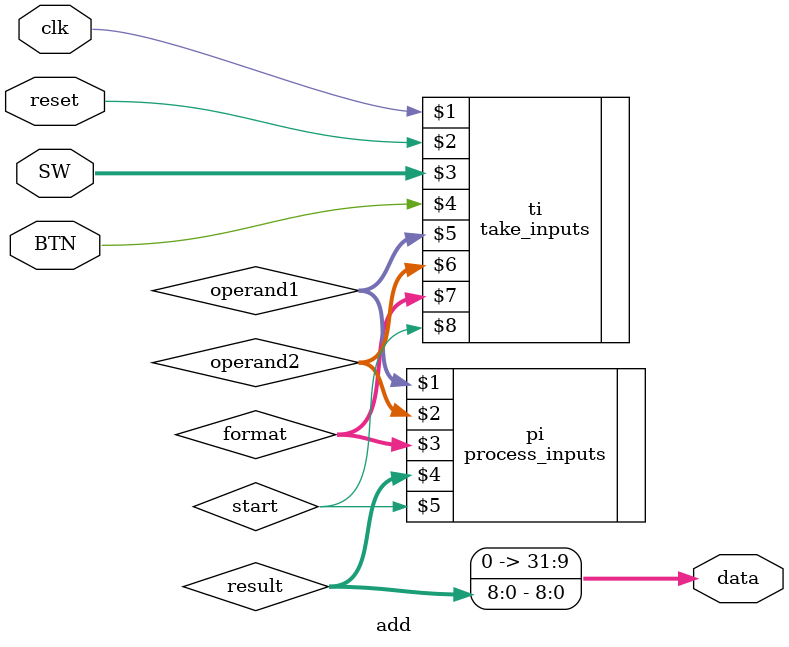
<source format=v>

module add (clk, reset, SW, BTN, data);

input clk, reset;
input [3:0] SW;
input BTN;
output reg [31:0] data;

wire [7:0] operand1;
wire [7:0] operand2;
wire [3:0] format;
wire [8:0] result;

take_inputs ti (clk, reset, SW, BTN, operand1, operand2, format, start);
process_inputs pi (operand1, operand2, format, result, start);

always @ *
   data = {00000000000000000000000,result};

endmodule


</source>
